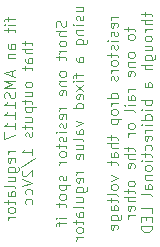
<source format=gbr>
%TF.GenerationSoftware,KiCad,Pcbnew,(6.0.0)*%
%TF.CreationDate,2022-01-24T17:52:03-05:00*%
%TF.ProjectId,LED direction board,4c454420-6469-4726-9563-74696f6e2062,rev?*%
%TF.SameCoordinates,Original*%
%TF.FileFunction,Legend,Bot*%
%TF.FilePolarity,Positive*%
%FSLAX46Y46*%
G04 Gerber Fmt 4.6, Leading zero omitted, Abs format (unit mm)*
G04 Created by KiCad (PCBNEW (6.0.0)) date 2022-01-24 17:52:03*
%MOMM*%
%LPD*%
G01*
G04 APERTURE LIST*
%ADD10C,0.100000*%
G04 APERTURE END LIST*
D10*
X118725142Y-78694285D02*
X118725142Y-79037142D01*
X119325142Y-78822857D02*
X118553714Y-78822857D01*
X118468000Y-78865714D01*
X118425142Y-78951428D01*
X118425142Y-79037142D01*
X119325142Y-79337142D02*
X118725142Y-79337142D01*
X118425142Y-79337142D02*
X118468000Y-79294285D01*
X118510857Y-79337142D01*
X118468000Y-79380000D01*
X118425142Y-79337142D01*
X118510857Y-79337142D01*
X118725142Y-79637142D02*
X118725142Y-79980000D01*
X118425142Y-79765714D02*
X119196571Y-79765714D01*
X119282285Y-79808571D01*
X119325142Y-79894285D01*
X119325142Y-79980000D01*
X119325142Y-81351428D02*
X118853714Y-81351428D01*
X118768000Y-81308571D01*
X118725142Y-81222857D01*
X118725142Y-81051428D01*
X118768000Y-80965714D01*
X119282285Y-81351428D02*
X119325142Y-81265714D01*
X119325142Y-81051428D01*
X119282285Y-80965714D01*
X119196571Y-80922857D01*
X119110857Y-80922857D01*
X119025142Y-80965714D01*
X118982285Y-81051428D01*
X118982285Y-81265714D01*
X118939428Y-81351428D01*
X118725142Y-81780000D02*
X119325142Y-81780000D01*
X118810857Y-81780000D02*
X118768000Y-81822857D01*
X118725142Y-81908571D01*
X118725142Y-82037142D01*
X118768000Y-82122857D01*
X118853714Y-82165714D01*
X119325142Y-82165714D01*
X119068000Y-83237142D02*
X119068000Y-83665714D01*
X119325142Y-83151428D02*
X118425142Y-83451428D01*
X119325142Y-83751428D01*
X119325142Y-84051428D02*
X118425142Y-84051428D01*
X119068000Y-84351428D01*
X118425142Y-84651428D01*
X119325142Y-84651428D01*
X119282285Y-85037142D02*
X119325142Y-85165714D01*
X119325142Y-85380000D01*
X119282285Y-85465714D01*
X119239428Y-85508571D01*
X119153714Y-85551428D01*
X119068000Y-85551428D01*
X118982285Y-85508571D01*
X118939428Y-85465714D01*
X118896571Y-85380000D01*
X118853714Y-85208571D01*
X118810857Y-85122857D01*
X118768000Y-85080000D01*
X118682285Y-85037142D01*
X118596571Y-85037142D01*
X118510857Y-85080000D01*
X118468000Y-85122857D01*
X118425142Y-85208571D01*
X118425142Y-85422857D01*
X118468000Y-85551428D01*
X119325142Y-86408571D02*
X119325142Y-85894285D01*
X119325142Y-86151428D02*
X118425142Y-86151428D01*
X118553714Y-86065714D01*
X118639428Y-85979999D01*
X118682285Y-85894285D01*
X119325142Y-87265714D02*
X119325142Y-86751428D01*
X119325142Y-87008571D02*
X118425142Y-87008571D01*
X118553714Y-86922857D01*
X118639428Y-86837142D01*
X118682285Y-86751428D01*
X119325142Y-88122857D02*
X119325142Y-87608571D01*
X119325142Y-87865714D02*
X118425142Y-87865714D01*
X118553714Y-87779999D01*
X118639428Y-87694285D01*
X118682285Y-87608571D01*
X118425142Y-88422857D02*
X118425142Y-89022857D01*
X119325142Y-88637142D01*
X119325142Y-90051428D02*
X118725142Y-90051428D01*
X118896571Y-90051428D02*
X118810857Y-90094285D01*
X118768000Y-90137142D01*
X118725142Y-90222857D01*
X118725142Y-90308571D01*
X119282285Y-90951428D02*
X119325142Y-90865714D01*
X119325142Y-90694285D01*
X119282285Y-90608571D01*
X119196571Y-90565714D01*
X118853714Y-90565714D01*
X118768000Y-90608571D01*
X118725142Y-90694285D01*
X118725142Y-90865714D01*
X118768000Y-90951428D01*
X118853714Y-90994285D01*
X118939428Y-90994285D01*
X119025142Y-90565714D01*
X118725142Y-91765714D02*
X119453714Y-91765714D01*
X119539428Y-91722857D01*
X119582285Y-91679999D01*
X119625142Y-91594285D01*
X119625142Y-91465714D01*
X119582285Y-91379999D01*
X119282285Y-91765714D02*
X119325142Y-91679999D01*
X119325142Y-91508571D01*
X119282285Y-91422857D01*
X119239428Y-91379999D01*
X119153714Y-91337142D01*
X118896571Y-91337142D01*
X118810857Y-91379999D01*
X118768000Y-91422857D01*
X118725142Y-91508571D01*
X118725142Y-91679999D01*
X118768000Y-91765714D01*
X118725142Y-92579999D02*
X119325142Y-92579999D01*
X118725142Y-92194285D02*
X119196571Y-92194285D01*
X119282285Y-92237142D01*
X119325142Y-92322857D01*
X119325142Y-92451428D01*
X119282285Y-92537142D01*
X119239428Y-92579999D01*
X119325142Y-93137142D02*
X119282285Y-93051428D01*
X119196571Y-93008571D01*
X118425142Y-93008571D01*
X119325142Y-93865714D02*
X118853714Y-93865714D01*
X118768000Y-93822857D01*
X118725142Y-93737142D01*
X118725142Y-93565714D01*
X118768000Y-93479999D01*
X119282285Y-93865714D02*
X119325142Y-93779999D01*
X119325142Y-93565714D01*
X119282285Y-93479999D01*
X119196571Y-93437142D01*
X119110857Y-93437142D01*
X119025142Y-93479999D01*
X118982285Y-93565714D01*
X118982285Y-93779999D01*
X118939428Y-93865714D01*
X118725142Y-94165714D02*
X118725142Y-94508571D01*
X118425142Y-94294285D02*
X119196571Y-94294285D01*
X119282285Y-94337142D01*
X119325142Y-94422857D01*
X119325142Y-94508571D01*
X119325142Y-94937142D02*
X119282285Y-94851428D01*
X119239428Y-94808571D01*
X119153714Y-94765714D01*
X118896571Y-94765714D01*
X118810857Y-94808571D01*
X118768000Y-94851428D01*
X118725142Y-94937142D01*
X118725142Y-95065714D01*
X118768000Y-95151428D01*
X118810857Y-95194285D01*
X118896571Y-95237142D01*
X119153714Y-95237142D01*
X119239428Y-95194285D01*
X119282285Y-95151428D01*
X119325142Y-95065714D01*
X119325142Y-94937142D01*
X119325142Y-95622857D02*
X118725142Y-95622857D01*
X118896571Y-95622857D02*
X118810857Y-95665714D01*
X118768000Y-95708571D01*
X118725142Y-95794285D01*
X118725142Y-95879999D01*
X120174142Y-80708571D02*
X120174142Y-81051428D01*
X119874142Y-80837142D02*
X120645571Y-80837142D01*
X120731285Y-80880000D01*
X120774142Y-80965714D01*
X120774142Y-81051428D01*
X120774142Y-81351428D02*
X119874142Y-81351428D01*
X120774142Y-81737142D02*
X120302714Y-81737142D01*
X120217000Y-81694285D01*
X120174142Y-81608571D01*
X120174142Y-81480000D01*
X120217000Y-81394285D01*
X120259857Y-81351428D01*
X120774142Y-82551428D02*
X120302714Y-82551428D01*
X120217000Y-82508571D01*
X120174142Y-82422857D01*
X120174142Y-82251428D01*
X120217000Y-82165714D01*
X120731285Y-82551428D02*
X120774142Y-82465714D01*
X120774142Y-82251428D01*
X120731285Y-82165714D01*
X120645571Y-82122857D01*
X120559857Y-82122857D01*
X120474142Y-82165714D01*
X120431285Y-82251428D01*
X120431285Y-82465714D01*
X120388428Y-82551428D01*
X120174142Y-82851428D02*
X120174142Y-83194285D01*
X119874142Y-82980000D02*
X120645571Y-82980000D01*
X120731285Y-83022857D01*
X120774142Y-83108571D01*
X120774142Y-83194285D01*
X120774142Y-84308571D02*
X120731285Y-84222857D01*
X120688428Y-84180000D01*
X120602714Y-84137142D01*
X120345571Y-84137142D01*
X120259857Y-84180000D01*
X120217000Y-84222857D01*
X120174142Y-84308571D01*
X120174142Y-84437142D01*
X120217000Y-84522857D01*
X120259857Y-84565714D01*
X120345571Y-84608571D01*
X120602714Y-84608571D01*
X120688428Y-84565714D01*
X120731285Y-84522857D01*
X120774142Y-84437142D01*
X120774142Y-84308571D01*
X120174142Y-85380000D02*
X120774142Y-85380000D01*
X120174142Y-84994285D02*
X120645571Y-84994285D01*
X120731285Y-85037142D01*
X120774142Y-85122857D01*
X120774142Y-85251428D01*
X120731285Y-85337142D01*
X120688428Y-85380000D01*
X120174142Y-85680000D02*
X120174142Y-86022857D01*
X119874142Y-85808571D02*
X120645571Y-85808571D01*
X120731285Y-85851428D01*
X120774142Y-85937142D01*
X120774142Y-86022857D01*
X120174142Y-86322857D02*
X121074142Y-86322857D01*
X120217000Y-86322857D02*
X120174142Y-86408571D01*
X120174142Y-86580000D01*
X120217000Y-86665714D01*
X120259857Y-86708571D01*
X120345571Y-86751428D01*
X120602714Y-86751428D01*
X120688428Y-86708571D01*
X120731285Y-86665714D01*
X120774142Y-86580000D01*
X120774142Y-86408571D01*
X120731285Y-86322857D01*
X120174142Y-87522857D02*
X120774142Y-87522857D01*
X120174142Y-87137142D02*
X120645571Y-87137142D01*
X120731285Y-87180000D01*
X120774142Y-87265714D01*
X120774142Y-87394285D01*
X120731285Y-87480000D01*
X120688428Y-87522857D01*
X120174142Y-87822857D02*
X120174142Y-88165714D01*
X119874142Y-87951428D02*
X120645571Y-87951428D01*
X120731285Y-87994285D01*
X120774142Y-88080000D01*
X120774142Y-88165714D01*
X120731285Y-88422857D02*
X120774142Y-88508571D01*
X120774142Y-88680000D01*
X120731285Y-88765714D01*
X120645571Y-88808571D01*
X120602714Y-88808571D01*
X120517000Y-88765714D01*
X120474142Y-88680000D01*
X120474142Y-88551428D01*
X120431285Y-88465714D01*
X120345571Y-88422857D01*
X120302714Y-88422857D01*
X120217000Y-88465714D01*
X120174142Y-88551428D01*
X120174142Y-88680000D01*
X120217000Y-88765714D01*
X120774142Y-90351428D02*
X120774142Y-89837142D01*
X120774142Y-90094285D02*
X119874142Y-90094285D01*
X120002714Y-90008571D01*
X120088428Y-89922857D01*
X120131285Y-89837142D01*
X119831285Y-91380000D02*
X120988428Y-90608571D01*
X119959857Y-91637142D02*
X119917000Y-91680000D01*
X119874142Y-91765714D01*
X119874142Y-91980000D01*
X119917000Y-92065714D01*
X119959857Y-92108571D01*
X120045571Y-92151428D01*
X120131285Y-92151428D01*
X120259857Y-92108571D01*
X120774142Y-91594285D01*
X120774142Y-92151428D01*
X119874142Y-92408571D02*
X120774142Y-92708571D01*
X119874142Y-93008571D01*
X120731285Y-93694285D02*
X120774142Y-93608571D01*
X120774142Y-93437142D01*
X120731285Y-93351428D01*
X120688428Y-93308571D01*
X120602714Y-93265714D01*
X120345571Y-93265714D01*
X120259857Y-93308571D01*
X120217000Y-93351428D01*
X120174142Y-93437142D01*
X120174142Y-93608571D01*
X120217000Y-93694285D01*
X120731285Y-94465714D02*
X120774142Y-94380000D01*
X120774142Y-94208571D01*
X120731285Y-94122857D01*
X120688428Y-94080000D01*
X120602714Y-94037142D01*
X120345571Y-94037142D01*
X120259857Y-94080000D01*
X120217000Y-94122857D01*
X120174142Y-94208571D01*
X120174142Y-94380000D01*
X120217000Y-94465714D01*
X123629285Y-78994285D02*
X123672142Y-79122857D01*
X123672142Y-79337142D01*
X123629285Y-79422857D01*
X123586428Y-79465714D01*
X123500714Y-79508571D01*
X123415000Y-79508571D01*
X123329285Y-79465714D01*
X123286428Y-79422857D01*
X123243571Y-79337142D01*
X123200714Y-79165714D01*
X123157857Y-79080000D01*
X123115000Y-79037142D01*
X123029285Y-78994285D01*
X122943571Y-78994285D01*
X122857857Y-79037142D01*
X122815000Y-79080000D01*
X122772142Y-79165714D01*
X122772142Y-79380000D01*
X122815000Y-79508571D01*
X123672142Y-79894285D02*
X122772142Y-79894285D01*
X123672142Y-80280000D02*
X123200714Y-80280000D01*
X123115000Y-80237142D01*
X123072142Y-80151428D01*
X123072142Y-80022857D01*
X123115000Y-79937142D01*
X123157857Y-79894285D01*
X123672142Y-80837142D02*
X123629285Y-80751428D01*
X123586428Y-80708571D01*
X123500714Y-80665714D01*
X123243571Y-80665714D01*
X123157857Y-80708571D01*
X123115000Y-80751428D01*
X123072142Y-80837142D01*
X123072142Y-80965714D01*
X123115000Y-81051428D01*
X123157857Y-81094285D01*
X123243571Y-81137142D01*
X123500714Y-81137142D01*
X123586428Y-81094285D01*
X123629285Y-81051428D01*
X123672142Y-80965714D01*
X123672142Y-80837142D01*
X123672142Y-81522857D02*
X123072142Y-81522857D01*
X123243571Y-81522857D02*
X123157857Y-81565714D01*
X123115000Y-81608571D01*
X123072142Y-81694285D01*
X123072142Y-81780000D01*
X123072142Y-81951428D02*
X123072142Y-82294285D01*
X122772142Y-82080000D02*
X123543571Y-82080000D01*
X123629285Y-82122857D01*
X123672142Y-82208571D01*
X123672142Y-82294285D01*
X123672142Y-83408571D02*
X123629285Y-83322857D01*
X123586428Y-83280000D01*
X123500714Y-83237142D01*
X123243571Y-83237142D01*
X123157857Y-83280000D01*
X123115000Y-83322857D01*
X123072142Y-83408571D01*
X123072142Y-83537142D01*
X123115000Y-83622857D01*
X123157857Y-83665714D01*
X123243571Y-83708571D01*
X123500714Y-83708571D01*
X123586428Y-83665714D01*
X123629285Y-83622857D01*
X123672142Y-83537142D01*
X123672142Y-83408571D01*
X123072142Y-84094285D02*
X123672142Y-84094285D01*
X123157857Y-84094285D02*
X123115000Y-84137142D01*
X123072142Y-84222857D01*
X123072142Y-84351428D01*
X123115000Y-84437142D01*
X123200714Y-84480000D01*
X123672142Y-84480000D01*
X123629285Y-85251428D02*
X123672142Y-85165714D01*
X123672142Y-84994285D01*
X123629285Y-84908571D01*
X123543571Y-84865714D01*
X123200714Y-84865714D01*
X123115000Y-84908571D01*
X123072142Y-84994285D01*
X123072142Y-85165714D01*
X123115000Y-85251428D01*
X123200714Y-85294285D01*
X123286428Y-85294285D01*
X123372142Y-84865714D01*
X123672142Y-86365714D02*
X123072142Y-86365714D01*
X123243571Y-86365714D02*
X123157857Y-86408571D01*
X123115000Y-86451428D01*
X123072142Y-86537142D01*
X123072142Y-86622857D01*
X123629285Y-87265714D02*
X123672142Y-87180000D01*
X123672142Y-87008571D01*
X123629285Y-86922857D01*
X123543571Y-86880000D01*
X123200714Y-86880000D01*
X123115000Y-86922857D01*
X123072142Y-87008571D01*
X123072142Y-87180000D01*
X123115000Y-87265714D01*
X123200714Y-87308571D01*
X123286428Y-87308571D01*
X123372142Y-86880000D01*
X123629285Y-87651428D02*
X123672142Y-87737142D01*
X123672142Y-87908571D01*
X123629285Y-87994285D01*
X123543571Y-88037142D01*
X123500714Y-88037142D01*
X123415000Y-87994285D01*
X123372142Y-87908571D01*
X123372142Y-87780000D01*
X123329285Y-87694285D01*
X123243571Y-87651428D01*
X123200714Y-87651428D01*
X123115000Y-87694285D01*
X123072142Y-87780000D01*
X123072142Y-87908571D01*
X123115000Y-87994285D01*
X123672142Y-88422857D02*
X123072142Y-88422857D01*
X122772142Y-88422857D02*
X122815000Y-88380000D01*
X122857857Y-88422857D01*
X122815000Y-88465714D01*
X122772142Y-88422857D01*
X122857857Y-88422857D01*
X123629285Y-88808571D02*
X123672142Y-88894285D01*
X123672142Y-89065714D01*
X123629285Y-89151428D01*
X123543571Y-89194285D01*
X123500714Y-89194285D01*
X123415000Y-89151428D01*
X123372142Y-89065714D01*
X123372142Y-88937142D01*
X123329285Y-88851428D01*
X123243571Y-88808571D01*
X123200714Y-88808571D01*
X123115000Y-88851428D01*
X123072142Y-88937142D01*
X123072142Y-89065714D01*
X123115000Y-89151428D01*
X123072142Y-89451428D02*
X123072142Y-89794285D01*
X122772142Y-89580000D02*
X123543571Y-89580000D01*
X123629285Y-89622857D01*
X123672142Y-89708571D01*
X123672142Y-89794285D01*
X123672142Y-90222857D02*
X123629285Y-90137142D01*
X123586428Y-90094285D01*
X123500714Y-90051428D01*
X123243571Y-90051428D01*
X123157857Y-90094285D01*
X123115000Y-90137142D01*
X123072142Y-90222857D01*
X123072142Y-90351428D01*
X123115000Y-90437142D01*
X123157857Y-90480000D01*
X123243571Y-90522857D01*
X123500714Y-90522857D01*
X123586428Y-90480000D01*
X123629285Y-90437142D01*
X123672142Y-90351428D01*
X123672142Y-90222857D01*
X123672142Y-90908571D02*
X123072142Y-90908571D01*
X123243571Y-90908571D02*
X123157857Y-90951428D01*
X123115000Y-90994285D01*
X123072142Y-91080000D01*
X123072142Y-91165714D01*
X123629285Y-92108571D02*
X123672142Y-92194285D01*
X123672142Y-92365714D01*
X123629285Y-92451428D01*
X123543571Y-92494285D01*
X123500714Y-92494285D01*
X123415000Y-92451428D01*
X123372142Y-92365714D01*
X123372142Y-92237142D01*
X123329285Y-92151428D01*
X123243571Y-92108571D01*
X123200714Y-92108571D01*
X123115000Y-92151428D01*
X123072142Y-92237142D01*
X123072142Y-92365714D01*
X123115000Y-92451428D01*
X123072142Y-92880000D02*
X123972142Y-92880000D01*
X123115000Y-92880000D02*
X123072142Y-92965714D01*
X123072142Y-93137142D01*
X123115000Y-93222857D01*
X123157857Y-93265714D01*
X123243571Y-93308571D01*
X123500714Y-93308571D01*
X123586428Y-93265714D01*
X123629285Y-93222857D01*
X123672142Y-93137142D01*
X123672142Y-92965714D01*
X123629285Y-92880000D01*
X123672142Y-93822857D02*
X123629285Y-93737142D01*
X123586428Y-93694285D01*
X123500714Y-93651428D01*
X123243571Y-93651428D01*
X123157857Y-93694285D01*
X123115000Y-93737142D01*
X123072142Y-93822857D01*
X123072142Y-93951428D01*
X123115000Y-94037142D01*
X123157857Y-94080000D01*
X123243571Y-94122857D01*
X123500714Y-94122857D01*
X123586428Y-94080000D01*
X123629285Y-94037142D01*
X123672142Y-93951428D01*
X123672142Y-93822857D01*
X123072142Y-94380000D02*
X123072142Y-94722857D01*
X122772142Y-94508571D02*
X123543571Y-94508571D01*
X123629285Y-94551428D01*
X123672142Y-94637142D01*
X123672142Y-94722857D01*
X123672142Y-95708571D02*
X123072142Y-95708571D01*
X122772142Y-95708571D02*
X122815000Y-95665714D01*
X122857857Y-95708571D01*
X122815000Y-95751428D01*
X122772142Y-95708571D01*
X122857857Y-95708571D01*
X123072142Y-96008571D02*
X123072142Y-96351428D01*
X123672142Y-96137142D02*
X122900714Y-96137142D01*
X122815000Y-96180000D01*
X122772142Y-96265714D01*
X122772142Y-96351428D01*
X124521142Y-78180000D02*
X125121142Y-78180000D01*
X124521142Y-77794285D02*
X124992571Y-77794285D01*
X125078285Y-77837142D01*
X125121142Y-77922857D01*
X125121142Y-78051428D01*
X125078285Y-78137142D01*
X125035428Y-78180000D01*
X125078285Y-78565714D02*
X125121142Y-78651428D01*
X125121142Y-78822857D01*
X125078285Y-78908571D01*
X124992571Y-78951428D01*
X124949714Y-78951428D01*
X124864000Y-78908571D01*
X124821142Y-78822857D01*
X124821142Y-78694285D01*
X124778285Y-78608571D01*
X124692571Y-78565714D01*
X124649714Y-78565714D01*
X124564000Y-78608571D01*
X124521142Y-78694285D01*
X124521142Y-78822857D01*
X124564000Y-78908571D01*
X125121142Y-79337142D02*
X124521142Y-79337142D01*
X124221142Y-79337142D02*
X124264000Y-79294285D01*
X124306857Y-79337142D01*
X124264000Y-79380000D01*
X124221142Y-79337142D01*
X124306857Y-79337142D01*
X124521142Y-79765714D02*
X125121142Y-79765714D01*
X124606857Y-79765714D02*
X124564000Y-79808571D01*
X124521142Y-79894285D01*
X124521142Y-80022857D01*
X124564000Y-80108571D01*
X124649714Y-80151428D01*
X125121142Y-80151428D01*
X124521142Y-80965714D02*
X125249714Y-80965714D01*
X125335428Y-80922857D01*
X125378285Y-80880000D01*
X125421142Y-80794285D01*
X125421142Y-80665714D01*
X125378285Y-80580000D01*
X125078285Y-80965714D02*
X125121142Y-80880000D01*
X125121142Y-80708571D01*
X125078285Y-80622857D01*
X125035428Y-80580000D01*
X124949714Y-80537142D01*
X124692571Y-80537142D01*
X124606857Y-80580000D01*
X124564000Y-80622857D01*
X124521142Y-80708571D01*
X124521142Y-80880000D01*
X124564000Y-80965714D01*
X125121142Y-82465714D02*
X124649714Y-82465714D01*
X124564000Y-82422857D01*
X124521142Y-82337142D01*
X124521142Y-82165714D01*
X124564000Y-82080000D01*
X125078285Y-82465714D02*
X125121142Y-82380000D01*
X125121142Y-82165714D01*
X125078285Y-82080000D01*
X124992571Y-82037142D01*
X124906857Y-82037142D01*
X124821142Y-82080000D01*
X124778285Y-82165714D01*
X124778285Y-82380000D01*
X124735428Y-82465714D01*
X124521142Y-83451428D02*
X124521142Y-83794285D01*
X125121142Y-83580000D02*
X124349714Y-83580000D01*
X124264000Y-83622857D01*
X124221142Y-83708571D01*
X124221142Y-83794285D01*
X125121142Y-84094285D02*
X124521142Y-84094285D01*
X124221142Y-84094285D02*
X124264000Y-84051428D01*
X124306857Y-84094285D01*
X124264000Y-84137142D01*
X124221142Y-84094285D01*
X124306857Y-84094285D01*
X125121142Y-84437142D02*
X124521142Y-84908571D01*
X124521142Y-84437142D02*
X125121142Y-84908571D01*
X125078285Y-85594285D02*
X125121142Y-85508571D01*
X125121142Y-85337142D01*
X125078285Y-85251428D01*
X124992571Y-85208571D01*
X124649714Y-85208571D01*
X124564000Y-85251428D01*
X124521142Y-85337142D01*
X124521142Y-85508571D01*
X124564000Y-85594285D01*
X124649714Y-85637142D01*
X124735428Y-85637142D01*
X124821142Y-85208571D01*
X125121142Y-86408571D02*
X124221142Y-86408571D01*
X125078285Y-86408571D02*
X125121142Y-86322857D01*
X125121142Y-86151428D01*
X125078285Y-86065714D01*
X125035428Y-86022857D01*
X124949714Y-85980000D01*
X124692571Y-85980000D01*
X124606857Y-86022857D01*
X124564000Y-86065714D01*
X124521142Y-86151428D01*
X124521142Y-86322857D01*
X124564000Y-86408571D01*
X124521142Y-87437142D02*
X125121142Y-87651428D01*
X124521142Y-87865714D01*
X125121142Y-88594285D02*
X124649714Y-88594285D01*
X124564000Y-88551428D01*
X124521142Y-88465714D01*
X124521142Y-88294285D01*
X124564000Y-88208571D01*
X125078285Y-88594285D02*
X125121142Y-88508571D01*
X125121142Y-88294285D01*
X125078285Y-88208571D01*
X124992571Y-88165714D01*
X124906857Y-88165714D01*
X124821142Y-88208571D01*
X124778285Y-88294285D01*
X124778285Y-88508571D01*
X124735428Y-88594285D01*
X125121142Y-89151428D02*
X125078285Y-89065714D01*
X124992571Y-89022857D01*
X124221142Y-89022857D01*
X124521142Y-89880000D02*
X125121142Y-89880000D01*
X124521142Y-89494285D02*
X124992571Y-89494285D01*
X125078285Y-89537142D01*
X125121142Y-89622857D01*
X125121142Y-89751428D01*
X125078285Y-89837142D01*
X125035428Y-89880000D01*
X125078285Y-90651428D02*
X125121142Y-90565714D01*
X125121142Y-90394285D01*
X125078285Y-90308571D01*
X124992571Y-90265714D01*
X124649714Y-90265714D01*
X124564000Y-90308571D01*
X124521142Y-90394285D01*
X124521142Y-90565714D01*
X124564000Y-90651428D01*
X124649714Y-90694285D01*
X124735428Y-90694285D01*
X124821142Y-90265714D01*
X125121142Y-91765714D02*
X124521142Y-91765714D01*
X124692571Y-91765714D02*
X124606857Y-91808571D01*
X124564000Y-91851428D01*
X124521142Y-91937142D01*
X124521142Y-92022857D01*
X125078285Y-92665714D02*
X125121142Y-92580000D01*
X125121142Y-92408571D01*
X125078285Y-92322857D01*
X124992571Y-92280000D01*
X124649714Y-92280000D01*
X124564000Y-92322857D01*
X124521142Y-92408571D01*
X124521142Y-92580000D01*
X124564000Y-92665714D01*
X124649714Y-92708571D01*
X124735428Y-92708571D01*
X124821142Y-92280000D01*
X124521142Y-93480000D02*
X125249714Y-93480000D01*
X125335428Y-93437142D01*
X125378285Y-93394285D01*
X125421142Y-93308571D01*
X125421142Y-93180000D01*
X125378285Y-93094285D01*
X125078285Y-93480000D02*
X125121142Y-93394285D01*
X125121142Y-93222857D01*
X125078285Y-93137142D01*
X125035428Y-93094285D01*
X124949714Y-93051428D01*
X124692571Y-93051428D01*
X124606857Y-93094285D01*
X124564000Y-93137142D01*
X124521142Y-93222857D01*
X124521142Y-93394285D01*
X124564000Y-93480000D01*
X124521142Y-94294285D02*
X125121142Y-94294285D01*
X124521142Y-93908571D02*
X124992571Y-93908571D01*
X125078285Y-93951428D01*
X125121142Y-94037142D01*
X125121142Y-94165714D01*
X125078285Y-94251428D01*
X125035428Y-94294285D01*
X125121142Y-94851428D02*
X125078285Y-94765714D01*
X124992571Y-94722857D01*
X124221142Y-94722857D01*
X125121142Y-95580000D02*
X124649714Y-95580000D01*
X124564000Y-95537142D01*
X124521142Y-95451428D01*
X124521142Y-95280000D01*
X124564000Y-95194285D01*
X125078285Y-95580000D02*
X125121142Y-95494285D01*
X125121142Y-95280000D01*
X125078285Y-95194285D01*
X124992571Y-95151428D01*
X124906857Y-95151428D01*
X124821142Y-95194285D01*
X124778285Y-95280000D01*
X124778285Y-95494285D01*
X124735428Y-95580000D01*
X124521142Y-95880000D02*
X124521142Y-96222857D01*
X124221142Y-96008571D02*
X124992571Y-96008571D01*
X125078285Y-96051428D01*
X125121142Y-96137142D01*
X125121142Y-96222857D01*
X125121142Y-96651428D02*
X125078285Y-96565714D01*
X125035428Y-96522857D01*
X124949714Y-96480000D01*
X124692571Y-96480000D01*
X124606857Y-96522857D01*
X124564000Y-96565714D01*
X124521142Y-96651428D01*
X124521142Y-96780000D01*
X124564000Y-96865714D01*
X124606857Y-96908571D01*
X124692571Y-96951428D01*
X124949714Y-96951428D01*
X125035428Y-96908571D01*
X125078285Y-96865714D01*
X125121142Y-96780000D01*
X125121142Y-96651428D01*
X125121142Y-97337142D02*
X124521142Y-97337142D01*
X124692571Y-97337142D02*
X124606857Y-97380000D01*
X124564000Y-97422857D01*
X124521142Y-97508571D01*
X124521142Y-97594285D01*
X128019142Y-78630000D02*
X127419142Y-78630000D01*
X127590571Y-78630000D02*
X127504857Y-78672857D01*
X127462000Y-78715714D01*
X127419142Y-78801428D01*
X127419142Y-78887142D01*
X127976285Y-79530000D02*
X128019142Y-79444285D01*
X128019142Y-79272857D01*
X127976285Y-79187142D01*
X127890571Y-79144285D01*
X127547714Y-79144285D01*
X127462000Y-79187142D01*
X127419142Y-79272857D01*
X127419142Y-79444285D01*
X127462000Y-79530000D01*
X127547714Y-79572857D01*
X127633428Y-79572857D01*
X127719142Y-79144285D01*
X127976285Y-79915714D02*
X128019142Y-80001428D01*
X128019142Y-80172857D01*
X127976285Y-80258571D01*
X127890571Y-80301428D01*
X127847714Y-80301428D01*
X127762000Y-80258571D01*
X127719142Y-80172857D01*
X127719142Y-80044285D01*
X127676285Y-79958571D01*
X127590571Y-79915714D01*
X127547714Y-79915714D01*
X127462000Y-79958571D01*
X127419142Y-80044285D01*
X127419142Y-80172857D01*
X127462000Y-80258571D01*
X128019142Y-80687142D02*
X127419142Y-80687142D01*
X127119142Y-80687142D02*
X127162000Y-80644285D01*
X127204857Y-80687142D01*
X127162000Y-80730000D01*
X127119142Y-80687142D01*
X127204857Y-80687142D01*
X127976285Y-81072857D02*
X128019142Y-81158571D01*
X128019142Y-81330000D01*
X127976285Y-81415714D01*
X127890571Y-81458571D01*
X127847714Y-81458571D01*
X127762000Y-81415714D01*
X127719142Y-81330000D01*
X127719142Y-81201428D01*
X127676285Y-81115714D01*
X127590571Y-81072857D01*
X127547714Y-81072857D01*
X127462000Y-81115714D01*
X127419142Y-81201428D01*
X127419142Y-81330000D01*
X127462000Y-81415714D01*
X127419142Y-81715714D02*
X127419142Y-82058571D01*
X127119142Y-81844285D02*
X127890571Y-81844285D01*
X127976285Y-81887142D01*
X128019142Y-81972857D01*
X128019142Y-82058571D01*
X128019142Y-82487142D02*
X127976285Y-82401428D01*
X127933428Y-82358571D01*
X127847714Y-82315714D01*
X127590571Y-82315714D01*
X127504857Y-82358571D01*
X127462000Y-82401428D01*
X127419142Y-82487142D01*
X127419142Y-82615714D01*
X127462000Y-82701428D01*
X127504857Y-82744285D01*
X127590571Y-82787142D01*
X127847714Y-82787142D01*
X127933428Y-82744285D01*
X127976285Y-82701428D01*
X128019142Y-82615714D01*
X128019142Y-82487142D01*
X128019142Y-83172857D02*
X127419142Y-83172857D01*
X127590571Y-83172857D02*
X127504857Y-83215714D01*
X127462000Y-83258571D01*
X127419142Y-83344285D01*
X127419142Y-83430000D01*
X127976285Y-83687142D02*
X128019142Y-83772857D01*
X128019142Y-83944285D01*
X127976285Y-84030000D01*
X127890571Y-84072857D01*
X127847714Y-84072857D01*
X127762000Y-84030000D01*
X127719142Y-83944285D01*
X127719142Y-83815714D01*
X127676285Y-83730000D01*
X127590571Y-83687142D01*
X127547714Y-83687142D01*
X127462000Y-83730000D01*
X127419142Y-83815714D01*
X127419142Y-83944285D01*
X127462000Y-84030000D01*
X128019142Y-85530000D02*
X127119142Y-85530000D01*
X127976285Y-85530000D02*
X128019142Y-85444285D01*
X128019142Y-85272857D01*
X127976285Y-85187142D01*
X127933428Y-85144285D01*
X127847714Y-85101428D01*
X127590571Y-85101428D01*
X127504857Y-85144285D01*
X127462000Y-85187142D01*
X127419142Y-85272857D01*
X127419142Y-85444285D01*
X127462000Y-85530000D01*
X128019142Y-85958571D02*
X127419142Y-85958571D01*
X127590571Y-85958571D02*
X127504857Y-86001428D01*
X127462000Y-86044285D01*
X127419142Y-86130000D01*
X127419142Y-86215714D01*
X128019142Y-86644285D02*
X127976285Y-86558571D01*
X127933428Y-86515714D01*
X127847714Y-86472857D01*
X127590571Y-86472857D01*
X127504857Y-86515714D01*
X127462000Y-86558571D01*
X127419142Y-86644285D01*
X127419142Y-86772857D01*
X127462000Y-86858571D01*
X127504857Y-86901428D01*
X127590571Y-86944285D01*
X127847714Y-86944285D01*
X127933428Y-86901428D01*
X127976285Y-86858571D01*
X128019142Y-86772857D01*
X128019142Y-86644285D01*
X127419142Y-87330000D02*
X128319142Y-87330000D01*
X127462000Y-87330000D02*
X127419142Y-87415714D01*
X127419142Y-87587142D01*
X127462000Y-87672857D01*
X127504857Y-87715714D01*
X127590571Y-87758571D01*
X127847714Y-87758571D01*
X127933428Y-87715714D01*
X127976285Y-87672857D01*
X128019142Y-87587142D01*
X128019142Y-87415714D01*
X127976285Y-87330000D01*
X127419142Y-88701428D02*
X127419142Y-89044285D01*
X127119142Y-88830000D02*
X127890571Y-88830000D01*
X127976285Y-88872857D01*
X128019142Y-88958571D01*
X128019142Y-89044285D01*
X128019142Y-89344285D02*
X127119142Y-89344285D01*
X128019142Y-89730000D02*
X127547714Y-89730000D01*
X127462000Y-89687142D01*
X127419142Y-89601428D01*
X127419142Y-89472857D01*
X127462000Y-89387142D01*
X127504857Y-89344285D01*
X128019142Y-90544285D02*
X127547714Y-90544285D01*
X127462000Y-90501428D01*
X127419142Y-90415714D01*
X127419142Y-90244285D01*
X127462000Y-90158571D01*
X127976285Y-90544285D02*
X128019142Y-90458571D01*
X128019142Y-90244285D01*
X127976285Y-90158571D01*
X127890571Y-90115714D01*
X127804857Y-90115714D01*
X127719142Y-90158571D01*
X127676285Y-90244285D01*
X127676285Y-90458571D01*
X127633428Y-90544285D01*
X127419142Y-90844285D02*
X127419142Y-91187142D01*
X127119142Y-90972857D02*
X127890571Y-90972857D01*
X127976285Y-91015714D01*
X128019142Y-91101428D01*
X128019142Y-91187142D01*
X127419142Y-92087142D02*
X128019142Y-92301428D01*
X127419142Y-92515714D01*
X128019142Y-92987142D02*
X127976285Y-92901428D01*
X127933428Y-92858571D01*
X127847714Y-92815714D01*
X127590571Y-92815714D01*
X127504857Y-92858571D01*
X127462000Y-92901428D01*
X127419142Y-92987142D01*
X127419142Y-93115714D01*
X127462000Y-93201428D01*
X127504857Y-93244285D01*
X127590571Y-93287142D01*
X127847714Y-93287142D01*
X127933428Y-93244285D01*
X127976285Y-93201428D01*
X128019142Y-93115714D01*
X128019142Y-92987142D01*
X128019142Y-93801428D02*
X127976285Y-93715714D01*
X127890571Y-93672857D01*
X127119142Y-93672857D01*
X127419142Y-94015714D02*
X127419142Y-94358571D01*
X127119142Y-94144285D02*
X127890571Y-94144285D01*
X127976285Y-94187142D01*
X128019142Y-94272857D01*
X128019142Y-94358571D01*
X128019142Y-95044285D02*
X127547714Y-95044285D01*
X127462000Y-95001428D01*
X127419142Y-94915714D01*
X127419142Y-94744285D01*
X127462000Y-94658571D01*
X127976285Y-95044285D02*
X128019142Y-94958571D01*
X128019142Y-94744285D01*
X127976285Y-94658571D01*
X127890571Y-94615714D01*
X127804857Y-94615714D01*
X127719142Y-94658571D01*
X127676285Y-94744285D01*
X127676285Y-94958571D01*
X127633428Y-95044285D01*
X127419142Y-95858571D02*
X128147714Y-95858571D01*
X128233428Y-95815714D01*
X128276285Y-95772857D01*
X128319142Y-95687142D01*
X128319142Y-95558571D01*
X128276285Y-95472857D01*
X127976285Y-95858571D02*
X128019142Y-95772857D01*
X128019142Y-95601428D01*
X127976285Y-95515714D01*
X127933428Y-95472857D01*
X127847714Y-95430000D01*
X127590571Y-95430000D01*
X127504857Y-95472857D01*
X127462000Y-95515714D01*
X127419142Y-95601428D01*
X127419142Y-95772857D01*
X127462000Y-95858571D01*
X127976285Y-96630000D02*
X128019142Y-96544285D01*
X128019142Y-96372857D01*
X127976285Y-96287142D01*
X127890571Y-96244285D01*
X127547714Y-96244285D01*
X127462000Y-96287142D01*
X127419142Y-96372857D01*
X127419142Y-96544285D01*
X127462000Y-96630000D01*
X127547714Y-96672857D01*
X127633428Y-96672857D01*
X127719142Y-96244285D01*
X128868142Y-79530000D02*
X128868142Y-79872857D01*
X128568142Y-79658571D02*
X129339571Y-79658571D01*
X129425285Y-79701428D01*
X129468142Y-79787142D01*
X129468142Y-79872857D01*
X129468142Y-80301428D02*
X129425285Y-80215714D01*
X129382428Y-80172857D01*
X129296714Y-80130000D01*
X129039571Y-80130000D01*
X128953857Y-80172857D01*
X128911000Y-80215714D01*
X128868142Y-80301428D01*
X128868142Y-80430000D01*
X128911000Y-80515714D01*
X128953857Y-80558571D01*
X129039571Y-80601428D01*
X129296714Y-80601428D01*
X129382428Y-80558571D01*
X129425285Y-80515714D01*
X129468142Y-80430000D01*
X129468142Y-80301428D01*
X129468142Y-81801428D02*
X129425285Y-81715714D01*
X129382428Y-81672857D01*
X129296714Y-81630000D01*
X129039571Y-81630000D01*
X128953857Y-81672857D01*
X128911000Y-81715714D01*
X128868142Y-81801428D01*
X128868142Y-81930000D01*
X128911000Y-82015714D01*
X128953857Y-82058571D01*
X129039571Y-82101428D01*
X129296714Y-82101428D01*
X129382428Y-82058571D01*
X129425285Y-82015714D01*
X129468142Y-81930000D01*
X129468142Y-81801428D01*
X128868142Y-82487142D02*
X129468142Y-82487142D01*
X128953857Y-82487142D02*
X128911000Y-82530000D01*
X128868142Y-82615714D01*
X128868142Y-82744285D01*
X128911000Y-82830000D01*
X128996714Y-82872857D01*
X129468142Y-82872857D01*
X129425285Y-83644285D02*
X129468142Y-83558571D01*
X129468142Y-83387142D01*
X129425285Y-83301428D01*
X129339571Y-83258571D01*
X128996714Y-83258571D01*
X128911000Y-83301428D01*
X128868142Y-83387142D01*
X128868142Y-83558571D01*
X128911000Y-83644285D01*
X128996714Y-83687142D01*
X129082428Y-83687142D01*
X129168142Y-83258571D01*
X129468142Y-84758571D02*
X128868142Y-84758571D01*
X129039571Y-84758571D02*
X128953857Y-84801428D01*
X128911000Y-84844285D01*
X128868142Y-84930000D01*
X128868142Y-85015714D01*
X129468142Y-85701428D02*
X128996714Y-85701428D01*
X128911000Y-85658571D01*
X128868142Y-85572857D01*
X128868142Y-85401428D01*
X128911000Y-85315714D01*
X129425285Y-85701428D02*
X129468142Y-85615714D01*
X129468142Y-85401428D01*
X129425285Y-85315714D01*
X129339571Y-85272857D01*
X129253857Y-85272857D01*
X129168142Y-85315714D01*
X129125285Y-85401428D01*
X129125285Y-85615714D01*
X129082428Y-85701428D01*
X129468142Y-86130000D02*
X128868142Y-86130000D01*
X128568142Y-86130000D02*
X128611000Y-86087142D01*
X128653857Y-86130000D01*
X128611000Y-86172857D01*
X128568142Y-86130000D01*
X128653857Y-86130000D01*
X129468142Y-86687142D02*
X129425285Y-86601428D01*
X129339571Y-86558571D01*
X128568142Y-86558571D01*
X129468142Y-87844285D02*
X129425285Y-87758571D01*
X129382428Y-87715714D01*
X129296714Y-87672857D01*
X129039571Y-87672857D01*
X128953857Y-87715714D01*
X128911000Y-87758571D01*
X128868142Y-87844285D01*
X128868142Y-87972857D01*
X128911000Y-88058571D01*
X128953857Y-88101428D01*
X129039571Y-88144285D01*
X129296714Y-88144285D01*
X129382428Y-88101428D01*
X129425285Y-88058571D01*
X129468142Y-87972857D01*
X129468142Y-87844285D01*
X129468142Y-88530000D02*
X128868142Y-88530000D01*
X129039571Y-88530000D02*
X128953857Y-88572857D01*
X128911000Y-88615714D01*
X128868142Y-88701428D01*
X128868142Y-88787142D01*
X128868142Y-89644285D02*
X128868142Y-89987142D01*
X128568142Y-89772857D02*
X129339571Y-89772857D01*
X129425285Y-89815714D01*
X129468142Y-89901428D01*
X129468142Y-89987142D01*
X129468142Y-90287142D02*
X128568142Y-90287142D01*
X129468142Y-90672857D02*
X128996714Y-90672857D01*
X128911000Y-90630000D01*
X128868142Y-90544285D01*
X128868142Y-90415714D01*
X128911000Y-90330000D01*
X128953857Y-90287142D01*
X129425285Y-91444285D02*
X129468142Y-91358571D01*
X129468142Y-91187142D01*
X129425285Y-91101428D01*
X129339571Y-91058571D01*
X128996714Y-91058571D01*
X128911000Y-91101428D01*
X128868142Y-91187142D01*
X128868142Y-91358571D01*
X128911000Y-91444285D01*
X128996714Y-91487142D01*
X129082428Y-91487142D01*
X129168142Y-91058571D01*
X129468142Y-92687142D02*
X129425285Y-92601428D01*
X129382428Y-92558571D01*
X129296714Y-92515714D01*
X129039571Y-92515714D01*
X128953857Y-92558571D01*
X128911000Y-92601428D01*
X128868142Y-92687142D01*
X128868142Y-92815714D01*
X128911000Y-92901428D01*
X128953857Y-92944285D01*
X129039571Y-92987142D01*
X129296714Y-92987142D01*
X129382428Y-92944285D01*
X129425285Y-92901428D01*
X129468142Y-92815714D01*
X129468142Y-92687142D01*
X128868142Y-93244285D02*
X128868142Y-93587142D01*
X128568142Y-93372857D02*
X129339571Y-93372857D01*
X129425285Y-93415714D01*
X129468142Y-93501428D01*
X129468142Y-93587142D01*
X129468142Y-93887142D02*
X128568142Y-93887142D01*
X129468142Y-94272857D02*
X128996714Y-94272857D01*
X128911000Y-94230000D01*
X128868142Y-94144285D01*
X128868142Y-94015714D01*
X128911000Y-93930000D01*
X128953857Y-93887142D01*
X129425285Y-95044285D02*
X129468142Y-94958571D01*
X129468142Y-94787142D01*
X129425285Y-94701428D01*
X129339571Y-94658571D01*
X128996714Y-94658571D01*
X128911000Y-94701428D01*
X128868142Y-94787142D01*
X128868142Y-94958571D01*
X128911000Y-95044285D01*
X128996714Y-95087142D01*
X129082428Y-95087142D01*
X129168142Y-94658571D01*
X129468142Y-95472857D02*
X128868142Y-95472857D01*
X129039571Y-95472857D02*
X128953857Y-95515714D01*
X128911000Y-95558571D01*
X128868142Y-95644285D01*
X128868142Y-95730000D01*
X130317142Y-78265714D02*
X130317142Y-78608571D01*
X130017142Y-78394285D02*
X130788571Y-78394285D01*
X130874285Y-78437142D01*
X130917142Y-78522857D01*
X130917142Y-78608571D01*
X130917142Y-78908571D02*
X130017142Y-78908571D01*
X130917142Y-79294285D02*
X130445714Y-79294285D01*
X130360000Y-79251428D01*
X130317142Y-79165714D01*
X130317142Y-79037142D01*
X130360000Y-78951428D01*
X130402857Y-78908571D01*
X130917142Y-79722857D02*
X130317142Y-79722857D01*
X130488571Y-79722857D02*
X130402857Y-79765714D01*
X130360000Y-79808571D01*
X130317142Y-79894285D01*
X130317142Y-79980000D01*
X130917142Y-80408571D02*
X130874285Y-80322857D01*
X130831428Y-80280000D01*
X130745714Y-80237142D01*
X130488571Y-80237142D01*
X130402857Y-80280000D01*
X130360000Y-80322857D01*
X130317142Y-80408571D01*
X130317142Y-80537142D01*
X130360000Y-80622857D01*
X130402857Y-80665714D01*
X130488571Y-80708571D01*
X130745714Y-80708571D01*
X130831428Y-80665714D01*
X130874285Y-80622857D01*
X130917142Y-80537142D01*
X130917142Y-80408571D01*
X130317142Y-81480000D02*
X130917142Y-81480000D01*
X130317142Y-81094285D02*
X130788571Y-81094285D01*
X130874285Y-81137142D01*
X130917142Y-81222857D01*
X130917142Y-81351428D01*
X130874285Y-81437142D01*
X130831428Y-81480000D01*
X130317142Y-82294285D02*
X131045714Y-82294285D01*
X131131428Y-82251428D01*
X131174285Y-82208571D01*
X131217142Y-82122857D01*
X131217142Y-81994285D01*
X131174285Y-81908571D01*
X130874285Y-82294285D02*
X130917142Y-82208571D01*
X130917142Y-82037142D01*
X130874285Y-81951428D01*
X130831428Y-81908571D01*
X130745714Y-81865714D01*
X130488571Y-81865714D01*
X130402857Y-81908571D01*
X130360000Y-81951428D01*
X130317142Y-82037142D01*
X130317142Y-82208571D01*
X130360000Y-82294285D01*
X130917142Y-82722857D02*
X130017142Y-82722857D01*
X130917142Y-83108571D02*
X130445714Y-83108571D01*
X130360000Y-83065714D01*
X130317142Y-82980000D01*
X130317142Y-82851428D01*
X130360000Y-82765714D01*
X130402857Y-82722857D01*
X130917142Y-84608571D02*
X130445714Y-84608571D01*
X130360000Y-84565714D01*
X130317142Y-84480000D01*
X130317142Y-84308571D01*
X130360000Y-84222857D01*
X130874285Y-84608571D02*
X130917142Y-84522857D01*
X130917142Y-84308571D01*
X130874285Y-84222857D01*
X130788571Y-84180000D01*
X130702857Y-84180000D01*
X130617142Y-84222857D01*
X130574285Y-84308571D01*
X130574285Y-84522857D01*
X130531428Y-84608571D01*
X130917142Y-85722857D02*
X130017142Y-85722857D01*
X130360000Y-85722857D02*
X130317142Y-85808571D01*
X130317142Y-85980000D01*
X130360000Y-86065714D01*
X130402857Y-86108571D01*
X130488571Y-86151428D01*
X130745714Y-86151428D01*
X130831428Y-86108571D01*
X130874285Y-86065714D01*
X130917142Y-85980000D01*
X130917142Y-85808571D01*
X130874285Y-85722857D01*
X130917142Y-86537142D02*
X130317142Y-86537142D01*
X130017142Y-86537142D02*
X130060000Y-86494285D01*
X130102857Y-86537142D01*
X130060000Y-86580000D01*
X130017142Y-86537142D01*
X130102857Y-86537142D01*
X130917142Y-87351428D02*
X130017142Y-87351428D01*
X130874285Y-87351428D02*
X130917142Y-87265714D01*
X130917142Y-87094285D01*
X130874285Y-87008571D01*
X130831428Y-86965714D01*
X130745714Y-86922857D01*
X130488571Y-86922857D01*
X130402857Y-86965714D01*
X130360000Y-87008571D01*
X130317142Y-87094285D01*
X130317142Y-87265714D01*
X130360000Y-87351428D01*
X130917142Y-87780000D02*
X130317142Y-87780000D01*
X130017142Y-87780000D02*
X130060000Y-87737142D01*
X130102857Y-87780000D01*
X130060000Y-87822857D01*
X130017142Y-87780000D01*
X130102857Y-87780000D01*
X130917142Y-88208571D02*
X130317142Y-88208571D01*
X130488571Y-88208571D02*
X130402857Y-88251428D01*
X130360000Y-88294285D01*
X130317142Y-88380000D01*
X130317142Y-88465714D01*
X130874285Y-89108571D02*
X130917142Y-89022857D01*
X130917142Y-88851428D01*
X130874285Y-88765714D01*
X130788571Y-88722857D01*
X130445714Y-88722857D01*
X130360000Y-88765714D01*
X130317142Y-88851428D01*
X130317142Y-89022857D01*
X130360000Y-89108571D01*
X130445714Y-89151428D01*
X130531428Y-89151428D01*
X130617142Y-88722857D01*
X130874285Y-89922857D02*
X130917142Y-89837142D01*
X130917142Y-89665714D01*
X130874285Y-89580000D01*
X130831428Y-89537142D01*
X130745714Y-89494285D01*
X130488571Y-89494285D01*
X130402857Y-89537142D01*
X130360000Y-89580000D01*
X130317142Y-89665714D01*
X130317142Y-89837142D01*
X130360000Y-89922857D01*
X130317142Y-90180000D02*
X130317142Y-90522857D01*
X130017142Y-90308571D02*
X130788571Y-90308571D01*
X130874285Y-90351428D01*
X130917142Y-90437142D01*
X130917142Y-90522857D01*
X130917142Y-90822857D02*
X130317142Y-90822857D01*
X130017142Y-90822857D02*
X130060000Y-90780000D01*
X130102857Y-90822857D01*
X130060000Y-90865714D01*
X130017142Y-90822857D01*
X130102857Y-90822857D01*
X130917142Y-91380000D02*
X130874285Y-91294285D01*
X130831428Y-91251428D01*
X130745714Y-91208571D01*
X130488571Y-91208571D01*
X130402857Y-91251428D01*
X130360000Y-91294285D01*
X130317142Y-91380000D01*
X130317142Y-91508571D01*
X130360000Y-91594285D01*
X130402857Y-91637142D01*
X130488571Y-91680000D01*
X130745714Y-91680000D01*
X130831428Y-91637142D01*
X130874285Y-91594285D01*
X130917142Y-91508571D01*
X130917142Y-91380000D01*
X130317142Y-92065714D02*
X130917142Y-92065714D01*
X130402857Y-92065714D02*
X130360000Y-92108571D01*
X130317142Y-92194285D01*
X130317142Y-92322857D01*
X130360000Y-92408571D01*
X130445714Y-92451428D01*
X130917142Y-92451428D01*
X130917142Y-93265714D02*
X130445714Y-93265714D01*
X130360000Y-93222857D01*
X130317142Y-93137142D01*
X130317142Y-92965714D01*
X130360000Y-92880000D01*
X130874285Y-93265714D02*
X130917142Y-93180000D01*
X130917142Y-92965714D01*
X130874285Y-92880000D01*
X130788571Y-92837142D01*
X130702857Y-92837142D01*
X130617142Y-92880000D01*
X130574285Y-92965714D01*
X130574285Y-93180000D01*
X130531428Y-93265714D01*
X130917142Y-93822857D02*
X130874285Y-93737142D01*
X130788571Y-93694285D01*
X130017142Y-93694285D01*
X130917142Y-95280000D02*
X130917142Y-94851428D01*
X130017142Y-94851428D01*
X130445714Y-95580000D02*
X130445714Y-95880000D01*
X130917142Y-96008571D02*
X130917142Y-95580000D01*
X130017142Y-95580000D01*
X130017142Y-96008571D01*
X130917142Y-96394285D02*
X130017142Y-96394285D01*
X130017142Y-96608571D01*
X130060000Y-96737142D01*
X130145714Y-96822857D01*
X130231428Y-96865714D01*
X130402857Y-96908571D01*
X130531428Y-96908571D01*
X130702857Y-96865714D01*
X130788571Y-96822857D01*
X130874285Y-96737142D01*
X130917142Y-96608571D01*
X130917142Y-96394285D01*
M02*

</source>
